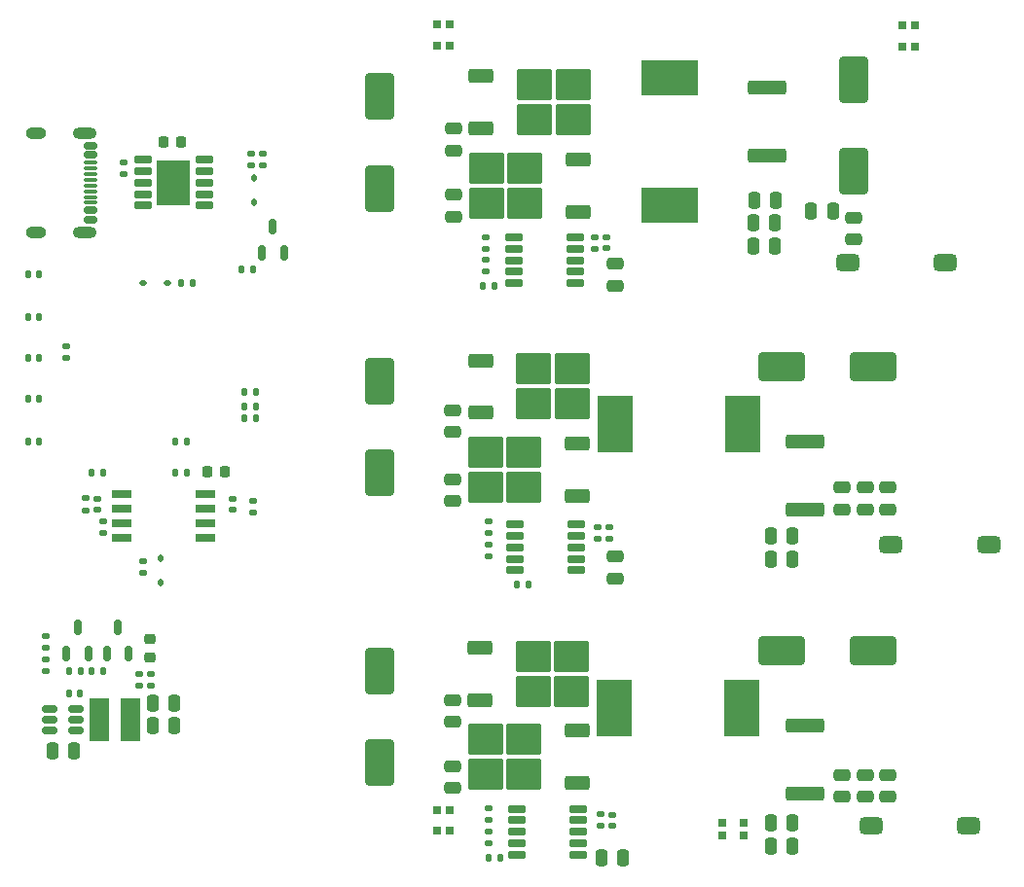
<source format=gbr>
%TF.GenerationSoftware,KiCad,Pcbnew,8.0.5-8.0.5-0~ubuntu24.04.1*%
%TF.CreationDate,2024-10-13T20:58:15+02:00*%
%TF.ProjectId,PD_PSU,50445f50-5355-42e6-9b69-6361645f7063,rev?*%
%TF.SameCoordinates,Original*%
%TF.FileFunction,Paste,Top*%
%TF.FilePolarity,Positive*%
%FSLAX46Y46*%
G04 Gerber Fmt 4.6, Leading zero omitted, Abs format (unit mm)*
G04 Created by KiCad (PCBNEW 8.0.5-8.0.5-0~ubuntu24.04.1) date 2024-10-13 20:58:15*
%MOMM*%
%LPD*%
G01*
G04 APERTURE LIST*
G04 Aperture macros list*
%AMRoundRect*
0 Rectangle with rounded corners*
0 $1 Rounding radius*
0 $2 $3 $4 $5 $6 $7 $8 $9 X,Y pos of 4 corners*
0 Add a 4 corners polygon primitive as box body*
4,1,4,$2,$3,$4,$5,$6,$7,$8,$9,$2,$3,0*
0 Add four circle primitives for the rounded corners*
1,1,$1+$1,$2,$3*
1,1,$1+$1,$4,$5*
1,1,$1+$1,$6,$7*
1,1,$1+$1,$8,$9*
0 Add four rect primitives between the rounded corners*
20,1,$1+$1,$2,$3,$4,$5,0*
20,1,$1+$1,$4,$5,$6,$7,0*
20,1,$1+$1,$6,$7,$8,$9,0*
20,1,$1+$1,$8,$9,$2,$3,0*%
G04 Aperture macros list end*
%ADD10RoundRect,0.225000X0.250000X-0.225000X0.250000X0.225000X-0.250000X0.225000X-0.250000X-0.225000X0*%
%ADD11RoundRect,0.135000X0.185000X-0.135000X0.185000X0.135000X-0.185000X0.135000X-0.185000X-0.135000X0*%
%ADD12RoundRect,0.250000X-0.850000X-0.350000X0.850000X-0.350000X0.850000X0.350000X-0.850000X0.350000X0*%
%ADD13RoundRect,0.250000X-1.275000X-1.125000X1.275000X-1.125000X1.275000X1.125000X-1.275000X1.125000X0*%
%ADD14R,1.700000X3.700000*%
%ADD15RoundRect,0.250000X-1.000000X1.750000X-1.000000X-1.750000X1.000000X-1.750000X1.000000X1.750000X0*%
%ADD16RoundRect,0.135000X-0.185000X0.135000X-0.185000X-0.135000X0.185000X-0.135000X0.185000X0.135000X0*%
%ADD17RoundRect,0.150000X0.150000X-0.512500X0.150000X0.512500X-0.150000X0.512500X-0.150000X-0.512500X0*%
%ADD18RoundRect,0.250000X0.250000X0.475000X-0.250000X0.475000X-0.250000X-0.475000X0.250000X-0.475000X0*%
%ADD19RoundRect,0.135000X0.135000X0.185000X-0.135000X0.185000X-0.135000X-0.185000X0.135000X-0.185000X0*%
%ADD20RoundRect,0.147500X-0.147500X-0.172500X0.147500X-0.172500X0.147500X0.172500X-0.147500X0.172500X0*%
%ADD21R,0.700000X0.700000*%
%ADD22RoundRect,0.250000X0.475000X-0.250000X0.475000X0.250000X-0.475000X0.250000X-0.475000X-0.250000X0*%
%ADD23RoundRect,0.112500X-0.112500X0.187500X-0.112500X-0.187500X0.112500X-0.187500X0.112500X0.187500X0*%
%ADD24RoundRect,0.135000X-0.135000X-0.185000X0.135000X-0.185000X0.135000X0.185000X-0.135000X0.185000X0*%
%ADD25RoundRect,0.250000X-0.250000X-0.475000X0.250000X-0.475000X0.250000X0.475000X-0.250000X0.475000X0*%
%ADD26RoundRect,0.112500X0.187500X0.112500X-0.187500X0.112500X-0.187500X-0.112500X0.187500X-0.112500X0*%
%ADD27R,5.000000X3.100000*%
%ADD28RoundRect,0.250000X1.425000X-0.362500X1.425000X0.362500X-1.425000X0.362500X-1.425000X-0.362500X0*%
%ADD29RoundRect,0.150000X-0.512500X-0.150000X0.512500X-0.150000X0.512500X0.150000X-0.512500X0.150000X0*%
%ADD30RoundRect,0.140000X0.170000X-0.140000X0.170000X0.140000X-0.170000X0.140000X-0.170000X-0.140000X0*%
%ADD31RoundRect,0.250000X0.850000X0.350000X-0.850000X0.350000X-0.850000X-0.350000X0.850000X-0.350000X0*%
%ADD32RoundRect,0.250000X1.275000X1.125000X-1.275000X1.125000X-1.275000X-1.125000X1.275000X-1.125000X0*%
%ADD33RoundRect,0.140000X-0.170000X0.140000X-0.170000X-0.140000X0.170000X-0.140000X0.170000X0.140000X0*%
%ADD34R,1.700000X0.650000*%
%ADD35RoundRect,0.250000X-1.750000X-1.000000X1.750000X-1.000000X1.750000X1.000000X-1.750000X1.000000X0*%
%ADD36RoundRect,0.140000X-0.140000X-0.170000X0.140000X-0.170000X0.140000X0.170000X-0.140000X0.170000X0*%
%ADD37R,3.100000X5.000000*%
%ADD38RoundRect,0.225000X-0.225000X-0.250000X0.225000X-0.250000X0.225000X0.250000X-0.225000X0.250000X0*%
%ADD39RoundRect,0.250000X-0.475000X0.250000X-0.475000X-0.250000X0.475000X-0.250000X0.475000X0.250000X0*%
%ADD40RoundRect,0.150000X0.637500X0.150000X-0.637500X0.150000X-0.637500X-0.150000X0.637500X-0.150000X0*%
%ADD41RoundRect,0.250000X1.000000X-1.750000X1.000000X1.750000X-1.000000X1.750000X-1.000000X-1.750000X0*%
%ADD42R,3.000000X4.000000*%
%ADD43RoundRect,0.150000X-0.637500X-0.150000X0.637500X-0.150000X0.637500X0.150000X-0.637500X0.150000X0*%
%ADD44RoundRect,0.150000X-0.425000X0.150000X-0.425000X-0.150000X0.425000X-0.150000X0.425000X0.150000X0*%
%ADD45RoundRect,0.075000X-0.500000X0.075000X-0.500000X-0.075000X0.500000X-0.075000X0.500000X0.075000X0*%
%ADD46O,2.100000X1.000000*%
%ADD47O,1.800000X1.000000*%
%ADD48RoundRect,0.375000X-0.625000X-0.375000X0.625000X-0.375000X0.625000X0.375000X-0.625000X0.375000X0*%
G04 APERTURE END LIST*
D10*
%TO.C,C37*%
X59600000Y-79325000D03*
X59600000Y-77775000D03*
%TD*%
D11*
%TO.C,R25*%
X68583496Y-66788468D03*
X68583496Y-65768468D03*
%TD*%
D12*
%TO.C,Q2*%
X88458496Y-28723468D03*
D13*
X93083496Y-29478468D03*
X93083496Y-32528468D03*
X96433496Y-29478468D03*
X96433496Y-32528468D03*
D12*
X88458496Y-33283468D03*
%TD*%
D14*
%TO.C,L4*%
X55250000Y-84778468D03*
X57950000Y-84778468D03*
%TD*%
D15*
%TO.C,C12*%
X120833496Y-29028468D03*
X120833496Y-37028468D03*
%TD*%
D16*
%TO.C,R1*%
X68400000Y-35490000D03*
X68400000Y-36510000D03*
%TD*%
D12*
%TO.C,Q4*%
X88383496Y-53500968D03*
D13*
X93008496Y-54255968D03*
X93008496Y-57305968D03*
X96358496Y-54255968D03*
X96358496Y-57305968D03*
D12*
X88383496Y-58060968D03*
%TD*%
D17*
%TO.C,Q7*%
X69383496Y-44165968D03*
X71283496Y-44165968D03*
X70333496Y-41890968D03*
%TD*%
D18*
%TO.C,C32*%
X115533496Y-93778468D03*
X113633496Y-93778468D03*
%TD*%
D11*
%TO.C,FB4*%
X59700000Y-81810000D03*
X59700000Y-80790000D03*
%TD*%
D19*
%TO.C,R30*%
X68603496Y-45600000D03*
X67583496Y-45600000D03*
%TD*%
D20*
%TO.C,D5*%
X49015000Y-60528468D03*
X49985000Y-60528468D03*
%TD*%
D21*
%TO.C,D1*%
X126183496Y-24363468D03*
X125083496Y-24363468D03*
X125083496Y-26193468D03*
X126183496Y-26193468D03*
%TD*%
D22*
%TO.C,C33*%
X119833496Y-91478468D03*
X119833496Y-89578468D03*
%TD*%
D23*
%TO.C,D11*%
X60583496Y-70728468D03*
X60583496Y-72828468D03*
%TD*%
D24*
%TO.C,R8*%
X91573496Y-73028468D03*
X92593496Y-73028468D03*
%TD*%
D25*
%TO.C,C42*%
X51133496Y-87528468D03*
X53033496Y-87528468D03*
%TD*%
D26*
%TO.C,D10*%
X61133496Y-46778468D03*
X59033496Y-46778468D03*
%TD*%
D20*
%TO.C,D9*%
X49015000Y-46028468D03*
X49985000Y-46028468D03*
%TD*%
D19*
%TO.C,R28*%
X68843496Y-56278468D03*
X67823496Y-56278468D03*
%TD*%
%TO.C,R14*%
X90083496Y-96778468D03*
X89063496Y-96778468D03*
%TD*%
D27*
%TO.C,L1*%
X104833496Y-28928468D03*
X104833496Y-40028468D03*
%TD*%
D28*
%TO.C,R16*%
X116583496Y-91203468D03*
X116583496Y-85278468D03*
%TD*%
D29*
%TO.C,U6*%
X50945996Y-83828468D03*
X50945996Y-84778468D03*
X50945996Y-85728468D03*
X53220996Y-85728468D03*
X53220996Y-84778468D03*
X53220996Y-83828468D03*
%TD*%
D16*
%TO.C,R34*%
X50600000Y-79518468D03*
X50600000Y-80538468D03*
%TD*%
D30*
%TO.C,C6*%
X99333496Y-43758468D03*
X99333496Y-42798468D03*
%TD*%
D19*
%TO.C,R31*%
X53603496Y-80528468D03*
X52583496Y-80528468D03*
%TD*%
%TO.C,R24*%
X62843496Y-63278468D03*
X61823496Y-63278468D03*
%TD*%
D17*
%TO.C,Q8*%
X55883496Y-79053468D03*
X57783496Y-79053468D03*
X56833496Y-76778468D03*
%TD*%
D16*
%TO.C,R15*%
X89083496Y-94518468D03*
X89083496Y-95538468D03*
%TD*%
D24*
%TO.C,R21*%
X67823496Y-58528468D03*
X68843496Y-58528468D03*
%TD*%
D21*
%TO.C,D3*%
X85683496Y-92613468D03*
X84583496Y-92613468D03*
X84583496Y-94443468D03*
X85683496Y-94443468D03*
%TD*%
D16*
%TO.C,R13*%
X54083496Y-65518468D03*
X54083496Y-66538468D03*
%TD*%
%TO.C,R18*%
X89083496Y-92518468D03*
X89083496Y-93538468D03*
%TD*%
D31*
%TO.C,Q3*%
X96783496Y-65305968D03*
D32*
X92158496Y-64550968D03*
X92158496Y-61500968D03*
X88808496Y-64550968D03*
X88808496Y-61500968D03*
D31*
X96783496Y-60745968D03*
%TD*%
D20*
%TO.C,D6*%
X49015000Y-56815968D03*
X49985000Y-56815968D03*
%TD*%
D19*
%TO.C,R20*%
X68843496Y-57528468D03*
X67823496Y-57528468D03*
%TD*%
D33*
%TO.C,C37*%
X55583496Y-67548468D03*
X55583496Y-68508468D03*
%TD*%
D16*
%TO.C,R4*%
X88833496Y-44768468D03*
X88833496Y-45788468D03*
%TD*%
D34*
%TO.C,U4*%
X57183496Y-65123468D03*
X57183496Y-66393468D03*
X57183496Y-67663468D03*
X57183496Y-68933468D03*
X64483496Y-68933468D03*
X64483496Y-67663468D03*
X64483496Y-66393468D03*
X64483496Y-65123468D03*
%TD*%
D18*
%TO.C,C26*%
X100783496Y-96778468D03*
X98883496Y-96778468D03*
%TD*%
D31*
%TO.C,Q5*%
X96783496Y-90305968D03*
D32*
X92158496Y-89550968D03*
X92158496Y-86500968D03*
X88808496Y-89550968D03*
X88808496Y-86500968D03*
D31*
X96783496Y-85745968D03*
%TD*%
D25*
%TO.C,C39*%
X59850000Y-85300000D03*
X61750000Y-85300000D03*
%TD*%
D35*
%TO.C,C36*%
X114583496Y-78778468D03*
X122583496Y-78778468D03*
%TD*%
D16*
%TO.C,R7*%
X88833496Y-42778468D03*
X88833496Y-43798468D03*
%TD*%
D20*
%TO.C,D8*%
X49030000Y-49740968D03*
X50000000Y-49740968D03*
%TD*%
D22*
%TO.C,C18*%
X119833496Y-66478468D03*
X119833496Y-64578468D03*
%TD*%
%TO.C,C9*%
X120833496Y-42978468D03*
X120833496Y-41078468D03*
%TD*%
D30*
%TO.C,C30*%
X99833496Y-94028468D03*
X99833496Y-93068468D03*
%TD*%
D18*
%TO.C,C7*%
X114083496Y-39528468D03*
X112183496Y-39528468D03*
%TD*%
D11*
%TO.C,FB5*%
X58700000Y-81810000D03*
X58700000Y-80790000D03*
%TD*%
D22*
%TO.C,C35*%
X123833496Y-91478468D03*
X123833496Y-89578468D03*
%TD*%
D36*
%TO.C,C41*%
X52583496Y-82528468D03*
X53543496Y-82528468D03*
%TD*%
D21*
%TO.C,D4*%
X109418496Y-93728468D03*
X109418496Y-94828468D03*
X111248496Y-94828468D03*
X111248496Y-93728468D03*
%TD*%
D16*
%TO.C,R27*%
X52333496Y-52268468D03*
X52333496Y-53288468D03*
%TD*%
D28*
%TO.C,R5*%
X113333496Y-35703468D03*
X113333496Y-29778468D03*
%TD*%
D31*
%TO.C,Q1*%
X96883496Y-40558468D03*
D32*
X92258496Y-39803468D03*
X92258496Y-36753468D03*
X88908496Y-39803468D03*
X88908496Y-36753468D03*
D31*
X96883496Y-35998468D03*
%TD*%
D21*
%TO.C,D2*%
X85683496Y-24278468D03*
X84583496Y-24278468D03*
X84583496Y-26108468D03*
X85683496Y-26108468D03*
%TD*%
D37*
%TO.C,L3*%
X111133496Y-83778468D03*
X100033496Y-83778468D03*
%TD*%
D18*
%TO.C,C31*%
X115533496Y-95778468D03*
X113633496Y-95778468D03*
%TD*%
D37*
%TO.C,L2*%
X111183496Y-59028468D03*
X100083496Y-59028468D03*
%TD*%
D30*
%TO.C,C38*%
X66833496Y-66488468D03*
X66833496Y-65528468D03*
%TD*%
D19*
%TO.C,R29*%
X63343496Y-46778468D03*
X62323496Y-46778468D03*
%TD*%
D16*
%TO.C,R9*%
X89083496Y-69518468D03*
X89083496Y-70538468D03*
%TD*%
D18*
%TO.C,C11*%
X114033496Y-41528468D03*
X112133496Y-41528468D03*
%TD*%
D16*
%TO.C,R6*%
X98333496Y-42768468D03*
X98333496Y-43788468D03*
%TD*%
D38*
%TO.C,C24*%
X64608496Y-63200000D03*
X66158496Y-63200000D03*
%TD*%
D11*
%TO.C,R33*%
X50600000Y-78548468D03*
X50600000Y-77528468D03*
%TD*%
D18*
%TO.C,C22*%
X115533496Y-68778468D03*
X113633496Y-68778468D03*
%TD*%
D17*
%TO.C,Q9*%
X52383496Y-79053468D03*
X54283496Y-79053468D03*
X53333496Y-76778468D03*
%TD*%
D39*
%TO.C,C2*%
X100083496Y-45078468D03*
X100083496Y-46978468D03*
%TD*%
D40*
%TO.C,U2*%
X96658496Y-46778468D03*
X96658496Y-45778468D03*
X96658496Y-44778468D03*
X96658496Y-43778468D03*
X96658496Y-42778468D03*
X91333496Y-42778468D03*
X91333496Y-43778468D03*
X91333496Y-44778468D03*
X91333496Y-45778468D03*
X91333496Y-46778468D03*
%TD*%
D12*
%TO.C,Q6*%
X88358496Y-78523468D03*
D13*
X92983496Y-79278468D03*
X92983496Y-82328468D03*
X96333496Y-79278468D03*
X96333496Y-82328468D03*
D12*
X88358496Y-83083468D03*
%TD*%
D40*
%TO.C,U3*%
X96745996Y-71778468D03*
X96745996Y-70778468D03*
X96745996Y-69778468D03*
X96745996Y-68778468D03*
X96745996Y-67778468D03*
X91420996Y-67778468D03*
X91420996Y-68778468D03*
X91420996Y-69778468D03*
X91420996Y-70778468D03*
X91420996Y-71778468D03*
%TD*%
D28*
%TO.C,R10*%
X116583496Y-66453468D03*
X116583496Y-60528468D03*
%TD*%
D19*
%TO.C,R3*%
X89603496Y-47028468D03*
X88583496Y-47028468D03*
%TD*%
D18*
%TO.C,C21*%
X115533496Y-70778468D03*
X113633496Y-70778468D03*
%TD*%
D23*
%TO.C,D12*%
X68716504Y-37621532D03*
X68716504Y-39721532D03*
%TD*%
D38*
%TO.C,C1*%
X60825000Y-34500000D03*
X62375000Y-34500000D03*
%TD*%
D24*
%TO.C,R26*%
X54573496Y-63278468D03*
X55593496Y-63278468D03*
%TD*%
D39*
%TO.C,C13*%
X100083496Y-70578468D03*
X100083496Y-72478468D03*
%TD*%
D20*
%TO.C,D7*%
X49015000Y-53278468D03*
X49985000Y-53278468D03*
%TD*%
D22*
%TO.C,C16*%
X86000000Y-65728468D03*
X86000000Y-63828468D03*
%TD*%
D16*
%TO.C,R12*%
X89083496Y-67528468D03*
X89083496Y-68548468D03*
%TD*%
D41*
%TO.C,C14*%
X79583496Y-63278468D03*
X79583496Y-55278468D03*
%TD*%
D22*
%TO.C,C34*%
X121833496Y-91478468D03*
X121833496Y-89578468D03*
%TD*%
D16*
%TO.C,R17*%
X98833496Y-93018468D03*
X98833496Y-94038468D03*
%TD*%
D22*
%TO.C,C20*%
X123833496Y-66478468D03*
X123833496Y-64578468D03*
%TD*%
%TO.C,C4*%
X86083496Y-40978468D03*
X86083496Y-39078468D03*
%TD*%
D39*
%TO.C,C5*%
X86083496Y-33328468D03*
X86083496Y-35228468D03*
%TD*%
D25*
%TO.C,C40*%
X59850000Y-83300000D03*
X61750000Y-83300000D03*
%TD*%
D42*
%TO.C,U1*%
X61701591Y-38028468D03*
D43*
X59039091Y-36028468D03*
X59039091Y-37028468D03*
X59039091Y-38028468D03*
X59039091Y-39028468D03*
X59039091Y-40028468D03*
X64364091Y-40028468D03*
X64364091Y-39028468D03*
X64364091Y-38028468D03*
X64364091Y-37028468D03*
X64364091Y-36028468D03*
%TD*%
D18*
%TO.C,C10*%
X114033496Y-43528468D03*
X112133496Y-43528468D03*
%TD*%
D16*
%TO.C,R11*%
X98583496Y-68018468D03*
X98583496Y-69038468D03*
%TD*%
D24*
%TO.C,R24*%
X61823496Y-60528468D03*
X62843496Y-60528468D03*
%TD*%
D41*
%TO.C,C27*%
X79583496Y-88528468D03*
X79583496Y-80528468D03*
%TD*%
D22*
%TO.C,C28*%
X86000000Y-90728468D03*
X86000000Y-88828468D03*
%TD*%
D39*
%TO.C,C29*%
X86000000Y-83078468D03*
X86000000Y-84978468D03*
%TD*%
%TO.C,C15*%
X86000000Y-57828468D03*
X86000000Y-59728468D03*
%TD*%
D16*
%TO.C,R22*%
X59083496Y-71018468D03*
X59083496Y-72038468D03*
%TD*%
D44*
%TO.C,J1*%
X54513496Y-34828468D03*
X54513496Y-35628468D03*
D45*
X54513496Y-36778468D03*
X54513496Y-37778468D03*
X54513496Y-38278468D03*
X54513496Y-39278468D03*
D44*
X54513496Y-40428468D03*
X54513496Y-41228468D03*
X54513496Y-41228468D03*
X54513496Y-40428468D03*
D45*
X54513496Y-39778468D03*
X54513496Y-38778468D03*
X54513496Y-37278468D03*
X54513496Y-36278468D03*
D44*
X54513496Y-35628468D03*
X54513496Y-34828468D03*
D46*
X53938496Y-33708468D03*
D47*
X49758496Y-33708468D03*
D46*
X53938496Y-42348468D03*
D47*
X49758496Y-42348468D03*
%TD*%
D25*
%TO.C,C8*%
X117133496Y-40528468D03*
X119033496Y-40528468D03*
%TD*%
D11*
%TO.C,R19*%
X57333496Y-37288468D03*
X57333496Y-36268468D03*
%TD*%
D41*
%TO.C,C3*%
X79583496Y-38528468D03*
X79583496Y-30528468D03*
%TD*%
D24*
%TO.C,R32*%
X54573496Y-80528468D03*
X55593496Y-80528468D03*
%TD*%
D48*
%TO.C,FB1*%
X122333496Y-94028468D03*
X130833496Y-94028468D03*
%TD*%
D30*
%TO.C,C17*%
X99583496Y-69008468D03*
X99583496Y-68048468D03*
%TD*%
D40*
%TO.C,U5*%
X96908496Y-96528468D03*
X96908496Y-95528468D03*
X96908496Y-94528468D03*
X96908496Y-93528468D03*
X96908496Y-92528468D03*
X91583496Y-92528468D03*
X91583496Y-93528468D03*
X91583496Y-94528468D03*
X91583496Y-95528468D03*
X91583496Y-96528468D03*
%TD*%
D48*
%TO.C,FB2*%
X124083496Y-69528468D03*
X132583496Y-69528468D03*
%TD*%
%TO.C,FB3*%
X120333496Y-45028468D03*
X128833496Y-45028468D03*
%TD*%
D16*
%TO.C,R2*%
X69433496Y-35490000D03*
X69433496Y-36510000D03*
%TD*%
D30*
%TO.C,C25*%
X55083496Y-66508468D03*
X55083496Y-65548468D03*
%TD*%
D35*
%TO.C,C23*%
X114583496Y-54028468D03*
X122583496Y-54028468D03*
%TD*%
D22*
%TO.C,C19*%
X121833496Y-66478468D03*
X121833496Y-64578468D03*
%TD*%
M02*

</source>
